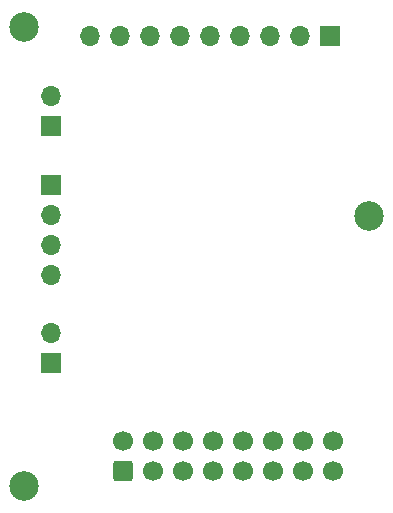
<source format=gbr>
%TF.GenerationSoftware,KiCad,Pcbnew,(6.0.0)*%
%TF.CreationDate,2022-01-19T10:56:36+01:00*%
%TF.ProjectId,CH423_ev_routed,43483432-335f-4657-965f-726f75746564,rev?*%
%TF.SameCoordinates,Original*%
%TF.FileFunction,Soldermask,Bot*%
%TF.FilePolarity,Negative*%
%FSLAX46Y46*%
G04 Gerber Fmt 4.6, Leading zero omitted, Abs format (unit mm)*
G04 Created by KiCad (PCBNEW (6.0.0)) date 2022-01-19 10:56:36*
%MOMM*%
%LPD*%
G01*
G04 APERTURE LIST*
G04 Aperture macros list*
%AMRoundRect*
0 Rectangle with rounded corners*
0 $1 Rounding radius*
0 $2 $3 $4 $5 $6 $7 $8 $9 X,Y pos of 4 corners*
0 Add a 4 corners polygon primitive as box body*
4,1,4,$2,$3,$4,$5,$6,$7,$8,$9,$2,$3,0*
0 Add four circle primitives for the rounded corners*
1,1,$1+$1,$2,$3*
1,1,$1+$1,$4,$5*
1,1,$1+$1,$6,$7*
1,1,$1+$1,$8,$9*
0 Add four rect primitives between the rounded corners*
20,1,$1+$1,$2,$3,$4,$5,0*
20,1,$1+$1,$4,$5,$6,$7,0*
20,1,$1+$1,$6,$7,$8,$9,0*
20,1,$1+$1,$8,$9,$2,$3,0*%
G04 Aperture macros list end*
%ADD10R,1.700000X1.700000*%
%ADD11O,1.700000X1.700000*%
%ADD12C,2.500000*%
%ADD13RoundRect,0.250000X0.600000X-0.600000X0.600000X0.600000X-0.600000X0.600000X-0.600000X-0.600000X0*%
%ADD14C,1.700000*%
G04 APERTURE END LIST*
D10*
X96012000Y-65415000D03*
D11*
X96012000Y-67955000D03*
X96012000Y-70495000D03*
X96012000Y-73035000D03*
D12*
X93726000Y-90932000D03*
X93726000Y-52070000D03*
D10*
X96012000Y-80518000D03*
D11*
X96012000Y-77978000D03*
D10*
X96012000Y-60452000D03*
D11*
X96012000Y-57912000D03*
D13*
X102108000Y-89652500D03*
D14*
X102108000Y-87112500D03*
X104648000Y-89652500D03*
X104648000Y-87112500D03*
X107188000Y-89652500D03*
X107188000Y-87112500D03*
X109728000Y-89652500D03*
X109728000Y-87112500D03*
X112268000Y-89652500D03*
X112268000Y-87112500D03*
X114808000Y-89652500D03*
X114808000Y-87112500D03*
X117348000Y-89652500D03*
X117348000Y-87112500D03*
X119888000Y-89652500D03*
X119888000Y-87112500D03*
D12*
X122936000Y-68072000D03*
D10*
X119619000Y-52832000D03*
D11*
X117079000Y-52832000D03*
X114539000Y-52832000D03*
X111999000Y-52832000D03*
X109459000Y-52832000D03*
X106919000Y-52832000D03*
X104379000Y-52832000D03*
X101839000Y-52832000D03*
X99299000Y-52832000D03*
M02*

</source>
